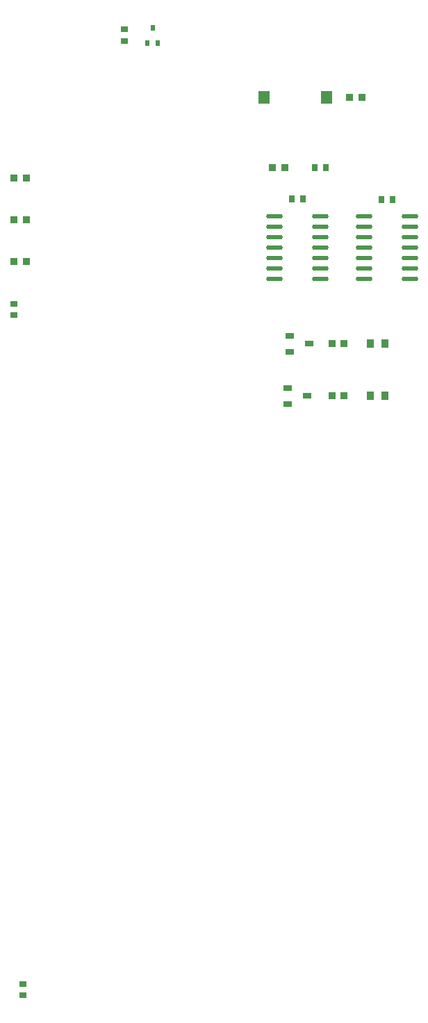
<source format=gbr>
%TF.GenerationSoftware,KiCad,Pcbnew,9.0.1*%
%TF.CreationDate,2025-04-16T15:15:48-04:00*%
%TF.ProjectId,KiCad 9 6502 ROR Test Board V2.0S,4b694361-6420-4392-9036-35303220524f,rev?*%
%TF.SameCoordinates,Original*%
%TF.FileFunction,Paste,Top*%
%TF.FilePolarity,Positive*%
%FSLAX46Y46*%
G04 Gerber Fmt 4.6, Leading zero omitted, Abs format (unit mm)*
G04 Created by KiCad (PCBNEW 9.0.1) date 2025-04-16 15:15:48*
%MOMM*%
%LPD*%
G01*
G04 APERTURE LIST*
%ADD10R,0.600000X0.800000*%
%ADD11R,0.800000X0.900000*%
%ADD12R,0.900000X0.800000*%
%ADD13R,0.806500X0.864000*%
%ADD14R,0.899900X1.000000*%
%ADD15O,2.038000X0.574000*%
%ADD16R,1.000000X0.800000*%
%ADD17R,1.400000X1.500000*%
G04 APERTURE END LIST*
D10*
%TO.C,OSC1*%
X143063000Y-42332000D03*
X144363000Y-42332000D03*
X143713000Y-40432100D03*
%TD*%
D11*
%TO.C,C4*%
X172973000Y-61382000D03*
X171573000Y-61382000D03*
%TD*%
D12*
%TO.C,C1*%
X126807000Y-74017000D03*
X126807000Y-75417000D03*
%TD*%
D13*
%TO.C,R6*%
X165550600Y-78908000D03*
X167057400Y-78908000D03*
%TD*%
D14*
%TO.C,LED2*%
X171980100Y-85258000D03*
X170280100Y-85258000D03*
%TD*%
D12*
%TO.C,C2*%
X127950000Y-158221000D03*
X127950000Y-156821000D03*
%TD*%
D15*
%TO.C,U4*%
X169503900Y-63414000D03*
X169503900Y-64684000D03*
X169503900Y-65954000D03*
X169503900Y-67224000D03*
X169503900Y-68494000D03*
X169503900Y-69764000D03*
X169503900Y-71034000D03*
X175042100Y-71034000D03*
X175042100Y-69764000D03*
X175042100Y-68494000D03*
X175042100Y-67224000D03*
X175042100Y-65954000D03*
X175042100Y-64684000D03*
X175042100Y-63414000D03*
%TD*%
D14*
%TO.C,LED1*%
X171980100Y-78908000D03*
X170280100Y-78908000D03*
%TD*%
D11*
%TO.C,C3*%
X160651000Y-61255000D03*
X162051000Y-61255000D03*
%TD*%
D12*
%TO.C,C6*%
X140269000Y-40616000D03*
X140269000Y-42016000D03*
%TD*%
D16*
%TO.C,Q2*%
X160201100Y-84308000D03*
X160200900Y-86208000D03*
X162501100Y-85258000D03*
%TD*%
D13*
%TO.C,R2*%
X126815600Y-63795000D03*
X128322400Y-63795000D03*
%TD*%
%TO.C,R4*%
X167709600Y-48936000D03*
X169216400Y-48936000D03*
%TD*%
%TO.C,R5*%
X158311600Y-57445000D03*
X159818400Y-57445000D03*
%TD*%
%TO.C,R7*%
X165550600Y-85258000D03*
X167057400Y-85258000D03*
%TD*%
D17*
%TO.C,RESET*%
X164896800Y-48936000D03*
X157297200Y-48936000D03*
%TD*%
D13*
%TO.C,R1*%
X126815600Y-58715000D03*
X128322400Y-58715000D03*
%TD*%
%TO.C,R3*%
X126815600Y-68875000D03*
X128322400Y-68875000D03*
%TD*%
D16*
%TO.C,Q1*%
X160455100Y-77958000D03*
X160454900Y-79858000D03*
X162755100Y-78908000D03*
%TD*%
D11*
%TO.C,C5*%
X164845000Y-57445000D03*
X163445000Y-57445000D03*
%TD*%
D15*
%TO.C,U3*%
X158581900Y-63414000D03*
X158581900Y-64684000D03*
X158581900Y-65954000D03*
X158581900Y-67224000D03*
X158581900Y-68494000D03*
X158581900Y-69764000D03*
X158581900Y-71034000D03*
X164120100Y-71034000D03*
X164120100Y-69764000D03*
X164120100Y-68494000D03*
X164120100Y-67224000D03*
X164120100Y-65954000D03*
X164120100Y-64684000D03*
X164120100Y-63414000D03*
%TD*%
M02*

</source>
